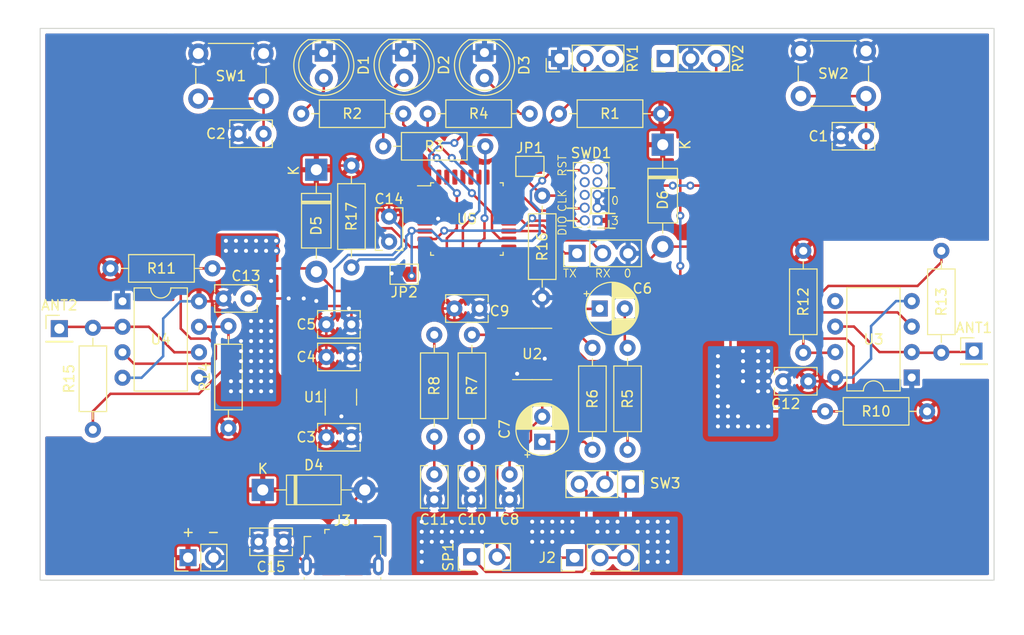
<source format=kicad_pcb>
(kicad_pcb (version 20211014) (generator pcbnew)
  (layers (0 "F.Cu" signal) (31 "B.Cu" signal) (34 "B.Paste" user) (35 "F.Paste" user) (36 "B.SilkS" user "B.Silkscreen") (37 "F.SilkS" user "F.Silkscreen") (38 "B.Mask" user) (39 "F.Mask" user) (44 "Edge.Cuts" user))
  (net 0 "")
  (net 1 "/Oscillators/Pitch Antenna")
  (net 2 "/Oscillators/Volume Antenna")
  (net 3 "GND")
  (net 4 "+5V")
  (net 5 "+3V0")
  (net 6 "/MCU Audio Out")
  (net 7 "Net-(C6-Pad2)")
  (net 8 "Net-(C7-Pad1)")
  (net 9 "Net-(C7-Pad2)")
  (net 10 "Net-(C10-Pad2)")
  (net 11 "Net-(C11-Pad2)")
  (net 12 "Net-(D1-Pad2)")
  (net 13 "Net-(D2-Pad2)")
  (net 14 "Net-(D3-Pad2)")
  (net 15 "/Pitch Frequency")
  (net 16 "/Speaker")
  (net 17 "/Output Low")
  (net 18 "/Pitch pot")
  (net 19 "/Calibrate Button")
  (net 20 "/Function Button")
  (net 21 "/Sine LED")
  (net 22 "/Square LED")
  (net 23 "/Triangle LED")
  (net 24 "/Output")
  (net 25 "Net-(R14-Pad2)")
  (net 47 "Net-(R5-Pad1)")
  (net 48 "Net-(R6-Pad2)")
  (net 49 "Net-(R7-Pad2)")
  (net 50 "Net-(R12-Pad2)")
  (net 51 "/Volume Frequency")
  (net 52 "/Digital/swdio")
  (net 53 "/Digital/swclk")
  (net 54 "/Digital/RST")
  (net 55 "/Digital/UART TX")
  (net 56 "/Digital/UART RX")
  (net 61 "Net-(C15-Pad1)")
  (net 63 "Net-(J3-Pad2)")
  (footprint "Resistor_THT:R_Axial_DIN0207_L6.3mm_D2.5mm_P10.16mm_Horizontal" (layer "F.Cu") (at 138 78.5 -90)
    (fp_text reference "R16")
    (fp_text value "10k")
  )
  (footprint "Resistor_THT:R_Axial_DIN0207_L6.3mm_D2.5mm_P10.16mm_Horizontal" (layer "F.Cu") (at 164 84 -90)
    (fp_text reference "R12")
    (fp_text value "1Meg")
  )
  (footprint "Connector_PinHeader_2.54mm:PinHeader_1x01_P2.54mm_Vertical" (layer "F.Cu") (at 181 94)
    (fp_text reference "ANT1")
    (fp_text value "Antenna")
  )
  (footprint "LED_THT:LED_D5.0mm" (layer "F.Cu") (at 116.25 64.24 -90)
    (fp_text reference "D1")
    (fp_text value "LED")
  )
  (footprint "Package_DIP:DIP-8_W7.62mm" (layer "F.Cu") (at 96.2 89.03)
    (fp_text reference "U4")
    (fp_text value "NE555P")
  )
  (footprint "Connector_PinHeader_2.54mm:PinHeader_1x02_P2.54mm_Vertical" (layer "F.Cu") (at 130.975 114.5 90)
    (fp_text reference "SP1")
    (fp_text value "Speaker")
  )
  (footprint "Diode_THT:D_DO-41_SOD81_P10.16mm_Horizontal" (layer "F.Cu") (at 115.5 75.92 -90)
    (fp_text reference "D5")
    (fp_text value "D")
  )
  (footprint "Capacitor_THT:C_Rect_L4.0mm_W2.5mm_P2.50mm" (layer "F.Cu") (at 116.5 94.58)
    (fp_text reference "C4")
    (fp_text value "1u")
  )
  (footprint "Capacitor_THT:CP_Radial_D5.0mm_P2.50mm" (layer "F.Cu") (at 143.72444 89.75)
    (fp_text reference "C6")
    (fp_text value "22u")
  )
  (footprint "Resistor_THT:R_Axial_DIN0207_L6.3mm_D2.5mm_P10.16mm_Horizontal" (layer "F.Cu") (at 122.17 73.58)
    (fp_text reference "R3")
    (fp_text value "220")
  )
  (footprint "Package_QFP:LQFP-32_7x7mm_P0.8mm" (layer "F.Cu") (at 130.5 80.83)
    (fp_text reference "U5")
    (fp_text value "STM32G051K8T6")
  )
  (footprint "Connector_PinHeader_2.54mm:PinHeader_1x01_P2.54mm_Vertical" (layer "F.Cu") (at 89.910591 91.7575)
    (fp_text reference "ANT2")
    (fp_text value "Antenna")
  )
  (footprint "Connector_PinHeader_2.54mm:PinHeader_1x02_P2.54mm_Vertical" (layer "F.Cu") (at 102.725 114.58 90)
    (fp_text reference "J1" hide)
    (fp_text value "Conn_01x02_Female")
  )
  (footprint "Capacitor_THT:C_Rect_L4.0mm_W2.5mm_P2.50mm" (layer "F.Cu") (at 129.25 89.75)
    (fp_text reference "C9")
    (fp_text value ".1u")
  )
  (footprint "Resistor_THT:R_Axial_DIN0207_L6.3mm_D2.5mm_P10.16mm_Horizontal" (layer "F.Cu") (at 176.33 100 180)
    (fp_text reference "R10")
    (fp_text value "1K")
  )
  (footprint "Capacitor_THT:C_Rect_L4.0mm_W2.5mm_P2.50mm" (layer "F.Cu") (at 116.5 91.33)
    (fp_text reference "C5")
    (fp_text value ".1u")
  )
  (footprint "Capacitor_THT:C_Rect_L4.0mm_W2.5mm_P2.50mm" (layer "F.Cu") (at 122.75 83.08 90)
    (fp_text reference "C14")
    (fp_text value ".1u")
  )
  (footprint "Resistor_THT:R_Axial_DIN0207_L6.3mm_D2.5mm_P10.16mm_Horizontal" (layer "F.Cu") (at 146.5 103.83 90)
    (fp_text reference "R5")
    (fp_text value "120k")
  )
  (footprint "Connector_PinHeader_2.54mm:PinHeader_1x03_P2.54mm_Vertical" (layer "F.Cu") (at 141.475 84.25 90)
    (fp_text reference "J4" hide)
    (fp_text value "Conn_01x03_Female")
  )
  (footprint "Diode_THT:D_DO-41_SOD81_P10.16mm_Horizontal" (layer "F.Cu") (at 110.17 107.83)
    (fp_text reference "D4")
    (fp_text value "D_Zener 12V")
  )
  (footprint "Package_DIP:DIP-8_W7.62mm" (layer "F.Cu") (at 174.8 96.63 180)
    (fp_text reference "U3")
    (fp_text value "NE555P")
  )
  (footprint "Button_Switch_THT:SW_PUSH_6mm" (layer "F.Cu") (at 163.75 64.08)
    (fp_text reference "SW2")
    (fp_text value "SW_Push")
  )
  (footprint "Capacitor_THT:C_Rect_L4.0mm_W2.5mm_P2.50mm" (layer "F.Cu") (at 116.5 102.58)
    (fp_text reference "C3")
    (fp_text value ".1u")
  )
  (footprint "LED_THT:LED_D5.0mm" (layer "F.Cu") (at 124.25 64.215 -90)
    (fp_text reference "D2")
    (fp_text value "LED")
  )
  (footprint "Capacitor_THT:C_Rect_L4.0mm_W2.5mm_P2.50mm" (layer "F.Cu") (at 106.25 88.75)
    (fp_text reference "C13")
    (fp_text value ".1u")
  )
  (footprint "Connector_USB:USB_Micro-B_GCT_USB3076-30-A" (layer "F.Cu") (at 118.110421 114.185627)
    (fp_text reference "J3")
    (fp_text value "USB_B_Micro")
  )
  (footprint "Capacitor_THT:C_Rect_L4.0mm_W2.5mm_P2.50mm" (layer "F.Cu") (at 164.5 97 180)
    (fp_text reference "C12")
    (fp_text value ".1u")
  )
  (footprint "Resistor_THT:R_Axial_DIN0207_L6.3mm_D2.5mm_P10.16mm_Horizontal" (layer "F.Cu") (at 143 103.83 90)
    (fp_text reference "R6")
    (fp_text value "3.9k")
  )
  (footprint "Resistor_THT:R_Axial_DIN0207_L6.3mm_D2.5mm_P10.16mm_Horizontal" (layer "F.Cu") (at 114 70.33)
    (fp_text reference "R2")
    (fp_text value "220")
  )
  (footprint "Package_TO_SOT_SMD:SOT-23-5" (layer "F.Cu") (at 117.95 98.58 90)
    (fp_text reference "U1")
    (fp_text value "AP2204K-3.0")
  )
  (footprint "Capacitor_THT:C_Rect_L4.0mm_W2.5mm_P2.50mm" (layer "F.Cu") (at 134.75 108.78 90)
    (fp_text reference "C8")
    (fp_text value "10n")
  )
  (footprint "Capacitor_THT:CP_Radial_D5.0mm_P2.50mm" (layer "F.Cu") (at 138 103.03 90)
    (fp_text reference "C7")
    (fp_text value "10u")
  )
  (footprint "Connector_PinHeader_2.54mm:PinHeader_1x03_P2.54mm_Vertical" (layer "F.Cu") (at 150.25 64.83 90)
    (fp_text reference "RV2")
    (fp_text value "10k")
  )
  (footprint "Resistor_THT:R_Axial_DIN0207_L6.3mm_D2.5mm_P10.16mm_Horizontal" (layer "F.Cu") (at 139.67 70.33)
    (fp_text reference "R1")
    (fp_text value "200")
  )
  (footprint "LED_THT:LED_D5.0mm" (layer "F.Cu") (at 132.25 64.24 -90)
    (fp_text reference "D3")
    (fp_text value "LED")
  )
  (footprint "Connector_PinHeader_2.54mm:PinHeader_1x03_P2.54mm_Vertical" (layer "F.Cu") (at 139.725 64.83 90)
    (fp_text reference "RV1")
    (fp_text value "10k")
  )
  (footprint "Connector_PinHeader_2.54mm:PinHeader_1x03_P2.54mm_Vertical" (layer "F.Cu") (at 146.775 107.25 -90)
    (fp_text reference "SW3")
    (fp_text value "SW_SPDT")
  )
  (footprint "Resistor_THT:R_Axial_DIN0207_L6.3mm_D2.5mm_P10.16mm_Horizontal" (layer "F.Cu") (at 93.25 101.83 90)
    (fp_text reference "R15")
    (fp_text value "1Meg")
  )
  (footprint "Resistor_THT:R_Axial_DIN0207_L6.3mm_D2.5mm_P10.16mm_Horizontal" (layer "F.Cu") (at 106.75 101.66 90)
    (fp_text reference "R14")
    (fp_text value "1Meg")
  )
  (footprint "Capacitor_THT:C_Rect_L4.0mm_W2.5mm_P2.50mm" (layer "F.Cu") (at 127.25 108.78 90)
    (fp_text reference "C11")
    (fp_text value "100n")
  )
  (footprint "Jumper:SolderJumper-2_P1.3mm_Open_TrianglePad1.0x1.5mm" (layer "F.Cu") (at 136.775 75.58 180)
    (fp_text reference "JP1")
    (fp_text value "Jumper_2_Open")
  )
  (footprint "Resistor_THT:R_Axial_DIN0207_L6.3mm_D2.5mm_P10.16mm_Horizontal" (layer "F.Cu") (at 119 75.5 -90)
    (fp_text reference "R17")
    (fp_text value "10k")
  )
  (footprint "Capacitor_THT:C_Rect_L4.0mm_W2.5mm_P2.50mm" (layer "F.Cu") (at 131 108.78 90)
    (fp_text reference "C10")
    (fp_text value "100n")
  )
  (footprint "Capacitor_THT:C_Rect_L4.0mm_W2.5mm_P2.50mm" (layer "F.Cu") (at 112.25 113 180)
    (fp_text reference "C15")
    (fp_text value "10n")
  )
  (footprint "Connector_PinHeader_1.27mm:PinHeader_2x05_P1.27mm_Vertical" (layer "F.Cu") (at 143.50289 80.967784 180)
    (fp_text reference "SWD1")
    (fp_text value "Conn_ARM_JTAG_SWD_10")
  )
  (footprint "Resistor_THT:R_Axial_DIN0207_L6.3mm_D2.5mm_P10.16mm_Horizontal" (layer "F.Cu") (at 127.25 102.53 90)
    (fp_text reference "R8")
    (fp_text value "4.7")
  )
  (footprint "Capacitor_THT:C_Rect_L4.0mm_W2.5mm_P2.50mm" (layer "F.Cu") (at 107.75 72.33)
    (fp_text reference "C2")
    (fp_text value ".1u")
  )
  (footprint "Resistor_THT:R_Axial_DIN0207_L6.3mm_D2.5mm_P10.16mm_Horizontal" (layer "F.Cu") (at 131 102.53 90)
    (fp_text reference "R7")
    (fp_text value "4.7")
  )
  (footprint "Jumper:SolderJumper-2_P1.3mm_Open_TrianglePad1.0x1.5mm" (layer "F.Cu") (at 124.25 86.33 180)
    (fp_text reference "JP2")
    (fp_text value "Jumper_2_Open")
  )
  (footprint "Resistor_THT:R_Axial_DIN0207_L6.3mm_D2.5mm_P10.16mm_Horizontal" (layer "F.Cu") (at 177.75 84 -90)
    (fp_text reference "R13")
    (fp_text value "1Meg")
  )
  (footprint "Resistor_THT:R_Axial_DIN0207_L6.3mm_D2.5mm_P10.16mm_Horizontal" (layer "F.Cu") (at 136.75 70.33 180)
    (fp_text reference "R4")
    (fp_text value "220")
  )
  (footprint "Capacitor_THT:C_Rect_L4.0mm_W2.5mm_P2.50mm" (layer "F.Cu") (at 167.75 72.58)
    (fp_text reference "C1")
    (fp_text value ".1u")
  )
  (footprint "Diode_THT:D_DO-41_SOD81_P10.16mm_Horizontal" (layer "F.Cu") (at 150 73.42 -90)
    (fp_text reference "D6")
    (fp_text value "D")
  )
  (footprint "Resistor_THT:R_Axial_DIN0207_L6.3mm_D2.5mm_P10.16mm_Horizontal" (layer "F.Cu") (at 95 85.75)
    (fp_text reference "R11")
    (fp_text value "1K")
  )
  (footprint "Connector_PinHeader_2.54mm:PinHeader_1x03_P2.54mm_Vertical" (layer "F.Cu") (at 141.225 114.58 90)
    (fp_text reference "J2")
    (fp_text value "AudioJack3")
  )
  (footprint "Button_Switch_THT:SW_PUSH_6mm" (layer "F.Cu") (at 103.75 64.33)
    (fp_text reference "SW1")
    (fp_text value "SW_Push")
  )
  (footprint "Package_SO:SOIC-8_3.9x4.9mm_P1.27mm" (layer "F.Cu") (at 137 94.28)
    (fp_text reference "U2")
    (fp_text value "TDA2822")
  )
  (gr_line (start 141.5 79.75) (end 140.5 79.75) (layer "F.SilkS") (width 0.15))
  (gr_line (start 145.25 81.75) (end 144.75 81.75) (layer "F.SilkS") (width 0.15))
  (gr_line (start 142.875 77.75) (end 142.865 80.28) (layer "F.SilkS") (width 0.15))
  (gr_line (start 145.25 77.75) (end 142.875 77.75) (layer "F.SilkS") (width 0.15))
  (gr_line (start 141.5 76) (end 140.5 76) (layer "F.SilkS") (width 0.15))
  (gr_line (start 141.5 81) (end 140.5 81) (layer "F.SilkS") (width 0.15))
  (gr_line (start 142.936529 80.28) (end 145.25 80.28) (layer "F.SilkS") (width 0.15))
  (gr_poly (pts (xy 88 61.83) (xy 183 61.83) (xy 183 116.83) (xy 88 116.83)) (layer "Edge.Cuts") (width 0.1) (fill none))
  (gr_text "+" (at 102.75 112) (layer "F.SilkS") (effects (font (size 1 1))))
  (gr_text "0" (at 145.25 79) (layer "F.SilkS") (effects (font (size 0.8 0.8) (thickness 0.1))))
  (gr_text "0" (at 146.5 86.25) (layer "F.SilkS") (effects (font (size 0.8 0.8) (thickness 0.1))))
  (gr_text "DIO" (at 140 81.5 90) (layer "F.SilkS") (effects (font (size 0.8 0.8) (thickness 0.1))))
  (gr_text "RX" (at 144.03 86.25) (layer "F.SilkS") (effects (font (size 0.8 0.8) (thickness 0.1))))
  (gr_text "CLK" (at 140 79 90) (layer "F.SilkS") (effects (font (size 0.8 0.8) (thickness 0.1))))
  (gr_text "3" (at 145.25 81) (layer "F.SilkS") (effects (font (size 0.8 0.8) (thickness 0.1))))
  (gr_text "TX" (at 140.75 86.25) (layer "F.SilkS") (effects (font (size 0.8 0.8) (thickness 0.1))))
  (gr_text "RST" (at 140 75.5 90) (layer "F.SilkS") (effects (font (size 0.8 0.8) (thickness 0.1))))
  (gr_text "-" (at 105.25 112) (layer "F.SilkS") (effects (font (size 1 1))))
  (segment (start 171.59 94.09) (end 174.8 94.09) (width 0.25) (layer "F.Cu") (net 1))
  (segment (start 174.87 94.16) (end 174.8 94.09) (width 0.25) (layer "F.Cu") (net 1))
  (segment (start 177.75 94.16) (end 174.87 94.16) (width 0.25) (layer "F.Cu") (net 1))
  (segment (start 181.25 94.08) (end 177.83 94.08) (width 0.25) (layer "F.Cu") (net 1))
  (segment (start 169.05 91.55) (end 171.59 94.09) (width 0.25) (layer "F.Cu") (net 1))
  (segment (start 167.18 91.55) (end 169.05 91.55) (width 0.25) (layer "F.Cu") (net 1))
  (segment (start 177.83 94.08) (end 177.75 94.16) (width 0.25) (layer "F.Cu") (net 1))
  (segment (start 89.75 91.58) (end 93.16 91.58) (width 0.25) (layer "F.Cu") (net 2))
  (segment (start 93.25 91.67) (end 96.1 91.67) (width 0.25) (layer "F.Cu") (net 2))
  (segment (start 93.16 91.58) (end 93.25 91.67) (width 0.25) (layer "F.Cu") (net 2))
  (segment (start 96.1 91.67) (end 96.2 91.57) (width 0.25) (layer "F.Cu") (net 2))
  (segment (start 98.82 91.57) (end 96.2 91.57) (width 0.25) (layer "F.Cu") (net 2))
  (segment (start 101.36 94.11) (end 98.82 91.57) (width 0.25) (layer "F.Cu") (net 2))
  (segment (start 103.82 94.11) (end 101.36 94.11) (width 0.25) (layer "F.Cu") (net 2))
  (segment (start 138.25 94.75) (end 138.415 94.915) (width 0.25) (layer "F.Cu") (net 3))
  (segment (start 114.25 88.75) (end 115.25 88.75) (width 0.25) (layer "F.Cu") (net 3))
  (segment (start 115.5 89) (end 116 89.5) (width 0.25) (layer "F.Cu") (net 3))
  (segment (start 118.75 89.75) (end 119 90) (width 0.25) (layer "F.Cu") (net 3))
  (segment (start 117.95 99.7175) (end 117.95 100.45) (width 0.25) (layer "F.Cu") (net 3))
  (segment (start 127.344294 80.797102) (end 126.911396 81.23) (width 0.25) (layer "F.Cu") (net 3))
  (segment (start 135.435 96.185) (end 135.5 96.25) (width 0.25) (layer "F.Cu") (net 3))
  (segment (start 119.410421 108.749579) (end 120.33 107.83) (width 0.25) (layer "F.Cu") (net 3))
  (segment (start 134.525 96.185) (end 135.435 96.185) (width 0.25) (layer "F.Cu") (net 3))
  (segment (start 127.632853 80.797102) (end 127.344294 80.797102) (width 0.25) (layer "F.Cu") (net 3))
  (segment (start 115.25 88.75) (end 115.5 89) (width 0.25) (layer "F.Cu") (net 3))
  (segment (start 117.95 100.45) (end 118 100.5) (width 0.25) (layer "F.Cu") (net 3))
  (segment (start 123.525 86.33) (end 123.08 86.33) (width 0.25) (layer "F.Cu") (net 3))
  (segment (start 108.75 88.75) (end 112.75 88.75) (width 0.25) (layer "F.Cu") (net 3))
  (segment (start 118.5 89.5) (end 118.75 89.75) (width 0.25) (layer "F.Cu") (net 3))
  (segment (start 119.410421 112.735627) (end 119.410421 108.749579) (width 0.25) (layer "F.Cu") (net 3))
  (segment (start 112.75 88.75) (end 114.25 88.75) (width 0.25) (layer "F.Cu") (net 3))
  (segment (start 116 89.5) (end 118.5 89.5) (width 0.25) (layer "F.Cu") (net 3))
  (segment (start 138.415 94.915) (end 139.475 94.915) (width 0.25) (layer "F.Cu") (net 3))
  (segment (start 126.911396 81.23) (end 126.325 81.23) (width 0.25) (layer "F.Cu") (net 3))
  (segment (start 119 90) (end 119 91.33) (width 0.25) (layer "F.Cu") (net 3))
  (segment (start 123.08 86.33) (end 123 86.25) (width 0.25) (layer "F.Cu") (net 3))
  (via (at 138.25 94.75) (size 0.8) (drill 0.4) (layers "F.Cu" "B.Cu") (net 3))
  (via (at 123 86.25) (size 0.8) (drill 0.4) (layers "F.Cu" "B.Cu") (net 3))
  (via (at 114.25 88.75) (size 0.8) (drill 0.4) (layers "F.Cu" "B.Cu") (net 3))
  (via (at 118 100.5) (size 0.8) (drill 0.4) (layers "F.Cu" "B.Cu") (net 3))
  (via (at 118.75 89.75) (size 0.8) (drill 0.4) (layers "F.Cu" "B.Cu") (net 3))
  (via (at 135.5 96.25) (size 0.8) (drill 0.4) (layers "F.Cu" "B.Cu") (net 3))
  (via (at 127.632853 80.797102) (size 0.8) (drill 0.4) (layers "F.Cu" "B.Cu") (net 3))
  (via (at 115.5 89) (size 0.8) (drill 0.4) (layers "F.Cu" "B.Cu") (net 3))
  (via (at 112.75 88.75) (size 0.8) (drill 0.4) (layers "F.Cu" "B.Cu") (net 3))
  (segment (start 118.9 99.7175) (end 118.9 99.333249) (width 0.25) (layer "F.Cu") (net 4))
  (segment (start 116 110.5) (end 111 110.5) (width 0.25) (layer "F.Cu") (net 4))
  (segment (start 105.97 89.03) (end 106.25 88.75) (width 0.25) (layer "F.Cu") (net 4))
  (segment (start 125 97) (end 122.2825 99.7175) (width 0.25) (layer "F.Cu") (net 4))
  (segment (start 129.25 89.75) (end 127.25 89.75) (width 0.25) (layer "F.Cu") (net 4))
  (segment (start 127.25 89.75) (end 125 92) (width 0.25) (layer "F.Cu") (net 4))
  (segment (start 117 99.333249) (end 117 99.7175) (width 0.25) (layer "F.Cu") (net 4))
  (segment (start 117.603249 98.73) (end 117 99.333249) (width 0.25) (layer "F.Cu") (net 4))
  (segment (start 116.810421 111.310421) (end 116 110.5) (width 0.25) (layer "F.Cu") (net 4))
  (segment (start 174.75 88.96) (end 174.8 89.01) (width 0.25) (layer "F.Cu") (net 4))
  (segment (start 166.81 97) (end 167.18 96.63) (width 0.25) (layer "F.Cu") (net 4))
  (segment (start 116.810421 112.735627) (end 116.810421 111.310421) (width 0.25) (layer "F.Cu") (net 4))
  (segment (start 129.75 93.75) (end 134.42 93.75) (width 0.25) (layer "F.Cu") (net 4))
  (segment (start 134.42 93.75) (end 134.525 93.645) (width 0.25) (layer "F.Cu") (net 4))
  (segment (start 129.25 89.75) (end 129.25 93.25) (width 0.25) (layer "F.Cu") (net 4))
  (segment (start 116.5 100.2175) (end 116.5 102.58) (width 0.25) (layer "F.Cu") (net 4))
  (segment (start 117 99.7175) (end 116.5 100.2175) (width 0.25) (layer "F.Cu") (net 4))
  (segment (start 164.5 97) (end 166.81 97) (width 0.25) (layer "F.Cu") (net 4))
  (segment (start 103.82 89.03) (end 105.97 89.03) (width 0.25) (layer "F.Cu") (net 4))
  (segment (start 118.9 99.333249) (end 118.296751 98.73) (width 0.25) (layer "F.Cu") (net 4))
  (segment (start 118.296751 98.73) (end 117.603249 98.73) (width 0.25) (layer "F.Cu") (net 4))
  (segment (start 129.25 93.25) (end 129.75 93.75) (width 0.25) (layer "F.Cu") (net 4))
  (segment (start 122.2825 99.7175) (end 118.9 99.7175) (width 0.25) (layer "F.Cu") (net 4))
  (segment (start 110.17 109.67) (end 110.17 107.83) (width 0.25) (layer "F.Cu") (net 4))
  (segment (start 111 110.5) (end 110.17 109.67) (width 0.25) (layer "F.Cu") (net 4))
  (segment (start 125 92) (end 125 97) (width 0.25) (layer "F.Cu") (net 4))
  (via (at 107.5 83) (size 0.8) (drill 0.4) (layers "F.Cu" "B.Cu") (net 4))
  (via (at 126 111) (size 0.8) (drill 0.4) (layers "F.Cu" "B.Cu") (net 4))
  (via (at 126 115) (size 0.8) (drill 0.4) (layers "F.Cu" "B.Cu") (net 4))
  (via (at 109.5 84) (size 0.8) (drill 0.4) (layers "F.Cu" "B.Cu") (net 4))
  (via (at 110.5 83) (size 0.8) (drill 0.4) (layers "F.Cu" "B.Cu") (net 4))
  (via (at 140 111) (size 0.8) (drill 0.4) (layers "F.Cu" "B.Cu") (net 4))
  (via (at 110 93) (size 0.8) (drill 0.4) (layers "F.Cu" "B.Cu") (net 4))
  (via (at 143.5 112) (size 0.8) (drill 0.4) (layers "F.Cu" "B.Cu") (net 4))
  (via (at 139 112) (size 0.8) (drill 0.4) (layers "F.Cu" "B.Cu") (net 4))
  (via (at 111 91) (size 0.8) (drill 0.4) (layers "F.Cu" "B.Cu") (net 4))
  (via (at 160.5 96) (size 0.8) (drill 0.4) (layers "F.Cu" "B.Cu") (net 4))
  (via (at 155.5 94.5) (size 0.8) (drill 0.4) (layers "F.Cu" "B.Cu") (net 4))
  (via (at 140 112) (size 0.8) (drill 0.4) (layers "F.Cu" "B.Cu") (net 4))
  (via (at 108 98) (size 0.8) (drill 0.4) (layers "F.Cu" "B.Cu") (net 4))
  (via (at 149.5 111) (size 0.8) (drill 0.4) (layers "F.Cu" "B.Cu") (net 4))
  (via (at 126 112) (size 0.8) (drill 0.4) (layers "F.Cu" "B.Cu") (net 4))
  (via (at 131 112) (size 0.8) (drill 0.4) (layers "F.Cu" "B.Cu") (net 4))
  (via (at 155.5 97.5) (size 0.8) (drill 0.4) (layers "F.Cu" "B.Cu") (net 4))
  (via (at 111 93) (size 0.8) (drill 0.4) (layers "F.Cu" "B.Cu") (net 4))
  (via (at 150.5 115) (size 0.8) (drill 0.4) (layers "F.Cu" "B.Cu") (net 4))
  (via (at 150.5 112) (size 0.8) (drill 0.4) (layers "F.Cu" "B.Cu") (net 4))
  (via (at 126 113) (size 0.8) (drill 0.4) (layers "F.Cu" "B.Cu") (net 4))
  (via (at 109 97) (size 0.8) (drill 0.4) (layers "F.Cu" "B.Cu") (net 4))
  (via (at 109 94) (size 0.8) (drill 0.4) (layers "F.Cu" "B.Cu") (net 4))
  (via (at 110 95) (size 0.8) (drill 0.4) (layers "F.Cu" "B.Cu") (net 4))
  (via (at 155.5 100.5) (size 0.8) (drill 0.4) (layers "F.Cu" "B.Cu") (net 4))
  (via (at 159.5 94) (size 0.8) (drill 0.4) (layers "F.Cu" "B.Cu") (net 4))
  (via (at 150.5 113) (size 0.8) (drill 0.4) (layers "F.Cu" "B.Cu") (net 4))
  (via (at 155.5 101.5) (size 0.8) (drill 0.4) (layers "F.Cu" "B.Cu") (net 4))
  (via (at 129 111) (size 0.8) (drill 0.4) (layers "F.Cu" "B.Cu") (net 4))
  (via (at 107 97) (size 0.8) (drill 0.4) (layers "F.Cu" "B.Cu") (net 4))
  (via (at 128 112) (size 0.8) (drill 0.4) (layers "F.Cu" "B.Cu") (net 4))
  (via (at 148.5 111) (size 0.8) (drill 0.4) (layers "F.Cu" "B.Cu") (net 4))
  (via (at 110 92) (size 0.8) (drill 0.4) (layers "F.Cu" "B.Cu") (net 4))
  (via (at 150.5 114) (size 0.8) (drill 0.4) (layers "F.Cu" "B.Cu") (net 4))
  (via (at 148.5 113) (size 0.8) (drill 0.4) (layers "F.Cu" "B.Cu") (net 4))
  (via (at 155.5 96.5) (size 0.8) (drill 0.4) (layers "F.Cu" "B.Cu") (net 4))
  (via (at 159.5 95) (size 0.8) (drill 0.4) (layers "F.Cu" "B.Cu") (net 4))
  (via (at 110 94) (size 0.8) (drill 0.4) (layers "F.Cu" "B.Cu") (net 4))
  (via (at 108.5 84) (size 0.8) (drill 0.4) (layers "F.Cu" "B.Cu") (net 4))
  (via (at 132 112) (size 0.8) (drill 0.4) (layers "F.Cu" "B.Cu") (net 4))
  (via (at 158 96) (size 0.8) (drill 0.4) (layers "F.Cu" "B.Cu") (net 4))
  (via (at 111 97) (size 0.8) (drill 0.4) (layers "F.Cu" "B.Cu") (net 4))
  (via (at 106.5 83) (size 0.8) (drill 0.4) (layers "F.Cu" "B.Cu") (net 4))
  (via (at 149.5 114) (size 0.8) (drill 0.4) (layers "F.Cu" "B.Cu") (net 4))
  (via (at 149.5 113) (size 0.8) (drill 0.4) (layers "F.Cu" "B.Cu") (net 4))
  (via (at 158.5 101.5) (size 0.8) (drill 0.4) (layers "F.Cu" "B.Cu") (net 4))
  (via (at 148.5 115) (size 0.8) (drill 0.4) (layers "F.Cu" "B.Cu") (net 4))
  (via (at 111 98) (size 0.8) (drill 0.4) (layers "F.Cu" "B.Cu") (net 4))
  (via (at 158 97) (size 0.8) (drill 0.4) (layers "F.Cu" "B.Cu") (net 4))
  (via (at 108.5 83) (size 0.8) (drill 0.4) (layers "F.Cu" "B.Cu") (net 4))
  (via (at 148.5 114) (size 0.8) (drill 0.4) (layers "F.Cu" "B.Cu") (net 4))
  (via (at 147.5 112) (size 0.8) (drill 0.4) (layers "F.Cu" "B.Cu") (net 4))
  (via (at 144.5 112) (size 0.8) (drill 0.4) (layers "F.Cu" "B.Cu") (net 4))
  (via (at 143.5 111) (size 0.8) (drill 0.4) (layers "F.Cu" "B.Cu") (net 4))
  (via (at 141 111) (size 0.8) (drill 0.4) (layers "F.Cu" "B.Cu") (net 4))
  (via (at 110 97) (size 0.8) (drill 0.4) (layers "F.Cu" "B.Cu") (net 4))
  (via (at 111 96) (size 0.8) (drill 0.4) (layers "F.Cu" "B.Cu") (net 4))
  (via (at 129 112) (size 0.8) (drill 0.4) (layers "F.Cu" "B.Cu") (net 4))
  (via (at 138 112) (size 0.8) (drill 0.4) (layers "F.Cu" "B.Cu") (net 4))
  (via (at 111.5 84) (size 0.8) (drill 0.4) (layers "F.Cu" "B.Cu") (net 4))
  (via (at 148.5 112) (size 0.8) (drill 0.4) (layers "F.Cu" "B.Cu") (net 4))
  (via (at 147.5 111) (size 0.8) (drill 0.4) (layers "F.Cu" "B.Cu") (net 4))
  (via (at 144.5 111) (size 0.8) (drill 0.4) (layers "F.Cu" "B.Cu") (net 4))
  (via (at 159.5 98) (size 0.8) (drill 0.4) (layers "F.Cu" "B.Cu") (net 4))
  (via (at 128 113) (size 0.8) (drill 0.4) (layers "F.Cu" "B.Cu") (net 4))
  (via (at 159.5 96) (size 0.8) (drill 0.4) (layers "F.Cu" "B.Cu") (net 4))
  (via (at 110.5 84) (size 0.8) (drill 0.4) (layers "F.Cu" "B.Cu") (net 4))
  (via (at 155.5 98.5) (size 0.8) (drill 0.4) (layers "F.Cu" "B.Cu") (net 4))
  (via (at 160.5 95) (size 0.8) (drill 0.4) (layers "F.Cu" "B.Cu") (net 4))
  (via (at 109 98) (size 0.8) (drill 0.4) (layers "F.Cu" "B.Cu") (net 4))
  (via (at 127 112) (size 0.8) (drill 0.4) (layers "F.Cu" "B.Cu") (net 4))
  (via (at 130 112) (size 0.8) (drill 0.4) (layers "F.Cu" "B.Cu") (net 4))
  (via (at 109 96) (size 0.8) (drill 0.4) (layers "F.Cu" "B.Cu") (net 4))
  (via (at 149.5 115) (size 0.8) (drill 0.4) (layers "F.Cu" "B.Cu") (net 4))
  (via (at 141 112) (size 0.8) (drill 0.4) (layers "F.Cu" "B.Cu") (net 4))
  (via (at 160.5 97) (size 0.8) (drill 0.4) (layers "F.Cu" "B.Cu") (net 4))
  (via (at 137 112) (size 0.8) (drill 0.4) (layers "F.Cu" "B.Cu") (net 4))
  (via (at 155.5 95.5) (size 0.8) (drill 0.4) (layers "F.Cu" "B.Cu") (net 4))
  (via (at 160.5 101.5) (size 0.8) (drill 0.4) (layers "F.Cu" "B.Cu") (net 4))
  (via (at 160.5 94) (size 0.8) (drill 0.4) (layers "F.Cu" "B.Cu") (net 4))
  (via (at 159.5 97) (size 0.8) (drill 0.4) (layers "F.Cu" "B.Cu") (net 4))
  (via (at 127 113) (size 0.8) (drill 0.4) (layers "F.Cu" "B.Cu") (net 4))
  (via (at 109 92) (size 0.8) (drill 0.4) (layers "F.Cu" "B.Cu") (net 4))
  (via (at 111 95) (size 0.8) (drill 0.4) (layers "F.Cu" "B.Cu") (net 4))
  (via (at 107.5 84) (size 0.8) (drill 0.4) (layers "F.Cu" "B.Cu") (net 4))
  (via (at 110 98) (size 0.8) (drill 0.4) (layers "F.Cu" "B.Cu") (net 4))
  (via (at 137 111) (size 0.8) (drill 0.4) (layers "F.Cu" "B.Cu") (net 4))
  (via (at 109 91) (size 0.8) (drill 0.4) (layers "F.Cu" "B.Cu") (net 4))
  (via (at 156.5 99.5) (size 0.8) (drill 0.4) (layers "F.Cu" "B.Cu") (net 4))
  (via (at 145.5 111) (size 0.8) (drill 0.4) (layers "F.Cu" "B.Cu") (net 4))
  (via (at 111 92) (size 0.8) (drill 0.4) (layers "F.Cu" "B.Cu") (net 4))
  (via (at 156.5 101.5) (size 0.8) (drill 0.4) (layers "F.Cu" "B.Cu") (net 4))
  (via (at 108 97) (size 0.8) (drill 0.4) (layers "F.Cu" "B.Cu") (net 4))
  (via (at 158 95) (size 0.8) (drill 0.4) (layers "F.Cu" "B.Cu") (net 4))
  (via (at 159.5 101.5) (size 0.8) (drill 0.4) (layers "F.Cu" "B.Cu") (net 4))
  (via (at 111 87) (size 0.8) (drill 0.4) (layers "F.Cu" "B.Cu") (net 4))
  (via (at 139 113) (size 0.8) (drill 0.4) (layers "F.Cu" "B.Cu") (net 4))
  (via (at 111.5 83) (size 0.8) (drill 0.4) (layers "F.Cu" "B.Cu") (net 4))
  (via (at 110 91) (size 0.8) (drill 0.4) (layers "F.Cu" "B.Cu") (net 4))
  (via (at 108 95) (size 0.8) (drill 0.4) (layers "F.Cu" "B.Cu") (net 4))
  (via (at 110 96) (size 0.8) (drill 0.4) (layers "F.Cu" "B.Cu") (net 4))
  (via (at 108 93) (size 0.8) (drill 0.4) (layers "F.Cu" "B.Cu") (net 4))
  (via (at 157.5 101.5) (size 0.8) (drill 0.4) (layers "F.Cu" "B.Cu") (net 4))
  (via (at 149.5 112) (size 0.8) (drill 0.4) (layers "F.Cu" "B.Cu") (net 4))
  (via (at 107 98) (size 0.8) (drill 0.4) (layers "F.Cu" "B.Cu") (net 4))
  (via (at 145.5 112) (size 0.8) (drill 0.4) (layers "F.Cu" "B.Cu") (net 4))
  (via (at 157.5 100.5) (size 0.8) (drill 0.4) (layers "F.Cu" "B.Cu") (net 4))
  (via (at 155.5 99.5) (size 0.8) (drill 0.4) (layers "F.Cu" "B.Cu") (net 4))
  (via (at 111 94) (size 0.8) (drill 0.4) (layers "F.Cu" "B.Cu") (net 4))
  (via (at 160.5 98) (size 0.8) (drill 0.4) (layers "F.Cu" "B.Cu") (net 4))
  (via (at 108 94) (size 0.8) (drill 0.4) (layers "F.Cu" "B.Cu") (net 4))
  (via (at 139 111) (size 0.8) (drill 0.4) (layers "F.Cu" "B.Cu") (net 4))
  (via (at 109.5 83) (size 0.8) (drill 0.4) (layers "F.Cu" "B.Cu") (net 4))
  (via (at 106.5 84) (size 0.8) (drill 0.4) (layers "F.Cu" "B.Cu") (net 4))
  (via (at 129 113) (size 0.8) (drill 0.4) (layers "F.Cu" "B.Cu") (net 4))
  (via (at 150.5 111) (size 0.8) (drill 0.4) (layers "F.Cu" "B.Cu") (net 4))
  (via (at 108 96) (size 0.8) (drill 0.4) (layers "F.Cu" "B.Cu") (net 4))
  (via (at 109 95) (size 0.8) (drill 0.4) (layers "F.Cu" "B.Cu") (net 4))
  (via (at 126 114) (size 0.8) (drill 0.4) (layers "F.Cu" "B.Cu") (net 4))
  (via (at 158 94) (size 0.8) (drill 0.4) (layers "F.Cu" "B.Cu") (net 4))
  (via (at 138 113) (size 0.8) (drill 0.4) (layers "F.Cu" "B.Cu") (net 4))
  (via (at 156.5 100.5) (size 0.8) (drill 0.4) (layers "F.Cu" "B.Cu") (net 4))
  (via (at 138 111) (size 0.8) (drill 0.4) (layers "F.Cu" "B.Cu") (net 4))
  (via (at 137 113) (size 0.8) (drill 0.4) (layers "F.Cu" "B.Cu") (net 4))
  (via (at 109 93) (size 0.8) (drill 0.4) (layers "F.Cu" "B.Cu") (net 4))
  (segment (start 174.8 89.01) (end 173.24 89.01) (width 0.25) (layer "B.Cu") (net 4))
  (segment (start 168.87 96.63) (end 167.18 96.63) (width 0.25) (layer "B.Cu") (net 4))
  (segment (start 101.97 89.03) (end 100.25 90.75) (width 0.25) (layer "B.Cu") (net 4))
  (segment (start 170.75 94.75) (end 168.87 96.63) (width 0.25) (layer "B.Cu") (net 4))
  (segment (start 173.24 89.01) (end 170.75 91.5) (width 0.25) (layer "B.Cu") (net 4))
  (segment (start 100.25 90.75) (end 100.25 94.5) (width 0.25) (layer "B.Cu") (net 4))
  (segment (start 98.1 96.65) (end 96.2 96.65) (width 0.25) (layer "B.Cu") (net 4))
  (segment (start 103.82 89.03) (end 101.97 89.03) (width 0.25) (layer "B.Cu") (net 4))
  (segment (start 100.25 94.5) (end 98.1 96.65) (width 0.25) (layer "B.Cu") (net 4))
  (segment (start 170.75 91.5) (end 170.75 94.75) (width 0.25) (layer "B.Cu") (net 4))
  (segment (start 122.75 79.25) (end 119 75.5) (width 0.25) (layer "F.Cu") (net 5))
  (segment (start 122.75 80.58) (end 122.92 80.58) (width 0.25) (layer "F.Cu") (net 5))
  (segment (start 119 75.5) (end 115.92 75.5) (width 0.25) (layer "F.Cu") (net 5))
  (segment (start 117 95.08) (end 116.5 94.58) (width 0.25) (layer "F.Cu") (net 5))
  (segment (start 122.92 80.58) (end 123.07 80.43) (width 0.25) (layer "F.Cu") (net 5))
  (segment (start 122.75 80.58) (end 122.75 79.25) (width 0.25) (layer "F.Cu") (net 5))
  (segment (start 116.5 94.58) (end 116.5 91.33) (width 0.25) (layer "F.Cu") (net 5))
  (segment (start 123.07 80.43) (end 126.325 80.43) (width 0.25) (layer "F.Cu") (net 5))
  (segment (start 149.83 71.92) (end 149.83 70.33) (width 0.25) (layer "F.Cu") (net 5))
  (segment (start 117 97.4425) (end 117 95.08) (width 0.25) (layer "F.Cu") (net 5))
  (segment (start 115.92 75.5) (end 115.5 75.92) (width 0.25) (layer "F.Cu") (net 5))
  (segment (start 116.5 91.33) (end 117.299999 90.530001) (width 0.25) (layer "B.Cu") (net 5))
  (segment (start 123.089999 84.410001) (end 124 83.5) (width 0.25) (layer "B.Cu") (net 5))
  (segment (start 124 81.83) (end 122.75 80.58) (width 0.25) (layer "B.Cu") (net 5))
  (segment (start 117.299999 90.530001) (end 117.299999 85.76901) (width 0.25) (layer "B.Cu") (net 5))
  (segment (start 124 83.5) (end 124 81.83) (width 0.25) (layer "B.Cu") (net 5))
  (segment (start 118.659008 84.410001) (end 123.089999 84.410001) (width 0.25) (layer "B.Cu") (net 5))
  (segment (start 117.299999 85.76901) (end 118.659008 84.410001) (width 0.25) (layer "B.Cu") (net 5))
  (segment (start 130.229302 87.25) (end 129.3 86.320698) (width 0.25) (layer "F.Cu") (net 6))
  (segment (start 136.035 89.785) (end 133.5 87.25) (width 0.25) (layer "F.Cu") (net 6))
  (segment (start 143.72444 89.75) (end 143.68944 89.785) (width 0.25) (layer "F.Cu") (net 6))
  (segment (start 143.68944 89.785) (end 136.035 89.785) (width 0.25) (layer "F.Cu") (net 6))
  (segment (start 129.3 86.320698) (end 129.3 85.005) (width 0.25) (layer "F.Cu") (net 6))
  (segment (start 133.5 87.25) (end 130.229302 87.25) (width 0.25) (layer "F.Cu") (net 6))
  (segment (start 146.22444 89.75) (end 146.22444 93.39444) (width 0.25) (layer "F.Cu") (net 7))
  (segment (start 146.22444 93.39444) (end 146.5 93.67) (width 0.25) (layer "F.Cu") (net 7))
  (segment (start 142.200001 103.030001) (end 143 103.83) (width 0.25) (layer "F.Cu") (net 8))
  (segment (start 138 103.03) (end 142.200001 103.030001) (width 0.25) (layer "F.Cu") (net 8))
  (segment (start 139.475 96.185) (end 138.565 96.185) (width 0.25) (layer "F.Cu") (net 9))
  (segment (start 134.75 105) (end 136.875 102.875) (width 0.25) (layer "F.Cu") (net 9))
  (segment (start 138 96.75) (end 138 100.53) (width 0.25) (layer "F.Cu") (net 9))
  (segment (start 138.565 96.185) (end 138 96.75) (width 0.25) (layer "F.Cu") (net 9))
  (segment (start 136.875 102.875) (end 136.875 101.655) (width 0.25) (layer "F.Cu") (net 9))
  (segment (start 136.875 101.655) (end 138 100.53) (width 0.25) (layer "F.Cu") (net 9))
  (segment (start 134.75 106.28) (end 134.75 105) (width 0.25) (layer "F.Cu") (net 9))
  (segment (start 131 106.28) (end 131 102.53) (width 0.25) (layer "F.Cu") (net 10))
  (segment (start 127.25 106.28) (end 127.25 102.53) (width 0.25) (layer "F.Cu") (net 11))
  (segment (start 116.25 66.78) (end 116.25 68.08) (width 0.25) (layer "F.Cu") (net 12))
  (segment (start 116.25 68.08) (end 114 70.33) (width 0.25) (layer "F.Cu") (net 12))
  (segment (start 122.17 68.835) (end 122.17 73.58) (width 0.25) (layer "F.Cu") (net 13))
  (segment (start 124.25 66.755) (end 122.17 68.835) (width 0.25) (layer "F.Cu") (net 13))
  (segment (start 132.25 66.78) (end 135.8 70.33) (width 0.25) (layer "F.Cu") (net 14))
  (segment (start 135.8 70.33) (end 136.75 70.33) (width 0.25) (layer "F.Cu") (net 14))
  (segment (start 168.25 100) (end 166.17 100) (width 0.25) (layer "F.Cu") (net 15))
  (segment (start 165 91) (end 165 92) (width 0.25) (layer "F.Cu") (net 15))
  (segment (start 131.25 86.5) (end 130.9 86.15) (width 0.25) (layer "F.Cu") (net 15))
  (segment (start 159 100) (end 156.75 97.75) (width 0.25) (layer "F.Cu") (net 15))
  (segment (start 165.75 92.75) (end 168.25 92.75) (width 0.25) (layer "F.Cu") (net 15))
  (segment (start 130.9 86.15) (end 130.9 85.005) (width 0.25) (layer "F.Cu") (net 15))
  (segment (start 156.75 85.75) (end 154.58 83.58) (width 0.25) (layer "F.Cu") (net 15))
  (segment (start 150 83.58) (end 147.08 86.5) (width 0.25) (layer "F.Cu") (net 15))
  (segment (start 166.17 100) (end 159 100) (width 0.25) (layer "F.Cu") (net 15))
  (segment (start 165 92) (end 165.75 92.75) (width 0.25) (layer "F.Cu") (net 15))
  (segment (start 174.8 91.55) (end 173.385 90.135) (width 0.25) (layer "F.Cu") (net 15))
  (segment (start 147.08 86.5) (end 131.25 86.5) (width 0.25) (layer "F.Cu") (net 15))
  (segment (start 169 93.5) (end 169 99.25) (width 0.25) (layer "F.Cu") (net 15))
  (segment (start 154.58 83.58) (end 150 83.58) (width 0.25) (layer "F.Cu") (net 15))
  (segment (start 169 99.25) (end 168.25 100) (width 0.25) (layer "F.Cu") (net 15))
  (segment (start 156.75 97.75) (end 156.75 85.75) (width 0.25) (layer "F.Cu") (net 15))
  (segment (start 173.385 90.135) (end 165.865 90.135) (width 0.25) (layer "F.Cu") (net 15))
  (segment (start 168.25 92.75) (end 169 93.5) (width 0.25) (layer "F.Cu") (net 15))
  (segment (start 165.865 90.135) (end 165 91) (width 0.25) (layer "F.Cu") (net 15))
  (segment (start 142.4 115.6) (end 142 116) (width 0.25) (layer "F.Cu") (net 16))
  (segment (start 132.395 116) (end 130.975 114.58) (width 0.25) (layer "F.Cu") (net 16))
  (segment (start 142.4 107.955) (end 142.4 115.6) (width 0.25) (layer "F.Cu") (net 16))
  (segment (start 142 116) (end 132.395 116) (width 0.25) (layer "F.Cu") (net 16))
  (segment (start 141.695 107.25) (end 142.4 107.955) (width 0.25) (layer "F.Cu") (net 16))
  (segment (start 133.515 105.515) (end 133.515 114.58) (width 0.25) (layer "F.Cu") (net 17))
  (segment (start 135.665 94.915) (end 136.425 95.675) (width 0.25) (layer "F.Cu") (net 17))
  (segment (start 133.5 105.5) (end 133.515 105.515) (width 0.25) (layer "F.Cu") (net 17))
  (segment (start 136.425 102.575) (end 133.5 105.5) (width 0.25) (layer "F.Cu") (net 17))
  (segment (start 134.525 94.915) (end 135.665 94.915) (width 0.25) (layer "F.Cu") (net 17))
  (segment (start 133.515 114.58) (end 141.225 114.58) (width 0.25) (layer "F.Cu") (net 17))
  (segment (start 127.915 94.915) (end 127.25 94.25) (width 0.25) (layer "F.Cu") (net 17))
  (segment (start 136.425 95.675) (end 136.425 102.575) (width 0.25) (layer "F.Cu") (net 17))
  (segment (start 127.25 94.25) (end 127.25 92.37) (width 0.25) (layer "F.Cu") (net 17))
  (segment (start 134.525 94.915) (end 127.915 94.915) (width 0.25) (layer "F.Cu") (net 17))
  (segment (start 137.545 72.455) (end 130.045 72.455) (width 0.25) (layer "F.Cu") (net 18))
  (segment (start 142.265 67.735) (end 139.67 70.33) (width 0.25) (layer "F.Cu") (net 18))
  (segment (start 142.265 64.83) (end 142.265 67.735) (width 0.25) (layer "F.Cu") (net 18))
  (segment (start 139.67 70.33) (end 137.545 72.455) (width 0.25) (layer "F.Cu") (net 18))
  (segment (start 130.045 72.455) (end 129.25 73.25) (width 0.25) (layer "F.Cu") (net 18))
  (segment (start 129.5 78.25) (end 129.5 81.75) (width 0.25) (layer "F.Cu") (net 18))
  (segment (start 129.5 81.75) (end 128.5 82.75) (width 0.25) (layer "F.Cu") (net 18))
  (segment (start 128.5 82.75) (end 128.5 85.005) (width 0.25) (layer "F.Cu") (net 18))
  (via (at 129.5 78.25) (size 0.8) (drill 0.4) (layers "F.Cu" "B.Cu") (net 18))
  (via (at 129.25 73.25) (size 0.8) (drill 0.4) (layers "F.Cu" "B.Cu") (net 18))
  (segment (start 126.75 75.5) (end 129.5 78.25) (width 0.25) (layer "B.Cu") (net 18))
  (segment (start 129.25 73.25) (end 127.974695 73.25) (width 0.25) (layer "B.Cu") (net 18))
  (segment (start 126.75 74.474695) (end 126.75 75.25) (width 0.25) (layer "B.Cu") (net 18))
  (segment (start 127.974695 73.25) (end 126.75 74.474695) (width 0.25) (layer "B.Cu") (net 18))
  (segment (start 126.75 75.25) (end 126.75 75.5) (width 0.25) (layer "B.Cu") (net 18))
  (segment (start 146 81.5) (end 146 78.5) (width 0.25) (layer "F.Cu") (net 19))
  (segment (start 146 78.5) (end 147 77.5) (width 0.25) (layer "F.Cu") (net 19))
  (segment (start 127.395402 82.83) (end 128.237701 81.987701) (width 0.25) (layer "F.Cu") (net 19))
  (segment (start 141 82.5) (end 145 82.5) (width 0.25) (layer "F.Cu") (net 19))
  (segment (start 163.75 68.58) (end 170.25 68.58) (width 0.25) (layer "F.Cu") (net 19))
  (segment (start 137.247527 80.997527) (end 139.497527 80.997527) (width 0.25) (layer "F.Cu") (net 19))
  (segment (start 170.25 74.75) (end 170.25 72.58) (width 0.25) (layer "F.Cu") (net 19))
  (segment (start 145 82.5) (end 146 81.5) (width 0.25) (layer "F.Cu") (net 19))
  (segment (start 170.25 68.58) (end 170.25 72.58) (width 0.25) (layer "F.Cu") (net 19))
  (segment (start 152.75 77.5) (end 167.5 77.5) (width 0.25) (layer "F.Cu") (net 19))
  (segment (start 137 80.75) (end 137.247527 80.997527) (width 0.25) (layer "F.Cu") (net 19))
  (segment (start 126.325 82.83) (end 127.395402 82.83) (width 0.25) (layer "F.Cu") (net 19))
  (segment (start 167.5 77.5) (end 170.25 74.75) (width 0.25) (layer "F.Cu") (net 19))
  (segment (start 139.497527 80.997527) (end 141 82.5) (width 0.25) (layer "F.Cu") (net 19))
  (segment (start 147 77.5) (end 151 77.5) (width 0.25) (layer "F.Cu") (net 19))
  (via (at 151 77.5) (size 0.8) (drill 0.4) (layers "F.Cu" "B.Cu") (net 19))
  (via (at 128.237701 81.987701) (size 0.8) (drill 0.4) (layers "F.Cu" "B.Cu") (net 19))
  (via (at 152.75 77.5) (size 0.8) (drill 0.4) (layers "F.Cu" "B.Cu") (net 19))
  (via (at 137 80.75) (size 0.8) (drill 0.4) (layers "F.Cu" "B.Cu") (net 19))
  (segment (start 152.25 77.5) (end 152.75 77.5) (width 0.25) (layer "B.Cu") (net 19))
  (segment (start 137 80.75) (end 135.762299 81.987701) (width 0.25) (layer "B.Cu") (net 19))
  (segment (start 151 77.5) (end 152.25 77.5) (width 0.25) (layer "B.Cu") (net 19))
  (segment (start 135.762299 81.987701) (end 128.237701 81.987701) (width 0.25) (layer "B.Cu") (net 19))
  (segment (start 124.890991 83.63) (end 123.010991 81.75) (width 0.25) (layer "F.Cu") (net 20))
  (segment (start 103.75 68.83) (end 110.25 68.83) (width 0.25) (layer "F.Cu") (net 20))
  (segment (start 110.25 78.75) (end 110.25 72.33) (width 0.25) (layer "F.Cu") (net 20))
  (segment (start 113.25 81.75) (end 110.25 78.75) (width 0.25) (layer "F.Cu") (net 20))
  (segment (start 126.325 83.63) (end 124.890991 83.63) (width 0.25) (layer "F.Cu") (net 20))
  (segment (start 123.010991 81.75) (end 113.25 81.75) (width 0.25) (layer "F.Cu") (net 20))
  (segment (start 110.25 68.83) (end 110.25 72.33) (width 0.25) (layer "F.Cu") (net 20))
  (segment (start 133 80.25) (end 132.5 79.75) (width 0.25) (layer "F.Cu") (net 21))
  (segment (start 127.5 74.75) (end 124.16 71.41) (width 0.25) (layer "F.Cu") (net 21))
  (segment (start 124.16 71.41) (end 124.16 70.33) (width 0.25) (layer "F.Cu") (net 21))
  (segment (start 133 82) (end 133 80.5) (width 0.25) (layer "F.Cu") (net 21))
  (segment (start 133.75 82.75) (end 133 82) (width 0.25) (layer "F.Cu") (net 21))
  (segment (start 134.675 82.83) (end 133.83 82.83) (width 0.25) (layer "F.Cu") (net 21))
  (segment (start 132.5 79.75) (end 131 78.25) (width 0.25) (layer "F.Cu") (net 21))
  (segment (start 133 80.5) (end 133 80.25) (width 0.25) (layer "F.Cu") (net 21))
  (segment (start 133.83 82.83) (end 133.75 82.75) (width 0.25) (layer "F.Cu") (net 21))
  (via (at 127.5 74.75) (size 0.8) (drill 0.4) (layers "F.Cu" "B.Cu") (net 21))
  (via (at 131 78.25) (size 0.8) (drill 0.4) (layers "F.Cu" "B.Cu") (net 21))
  (segment (start 131 78.25) (end 127.5 74.75) (width 0.25) (layer "B.Cu") (net 21))
  (segment (start 132.25 82.75) (end 131.7 83.3) (width 0.25) (layer "F.Cu") (net 22))
  (segment (start 131.7 83.3) (end 131.7 85.005) (width 0.25) (layer "F.Cu") (net 22))
  (segment (start 132.25 80.75) (end 132.25 82.75) (width 0.25) (layer "F.Cu") (net 22))
  (via (at 132.25 80.75) (size 0.8) (drill 0.4) (layers "F.Cu" "B.Cu") (net 22))
  (segment (start 132.25 80.75) (end 132.33 80.67) (width 0.25) (layer "B.Cu") (net 22))
  (segment (start 132.33 80.67) (end 132.33 73.58) (width 0.25) (layer "B.Cu") (net 22))
  (segment (start 126.59 70.33) (end 126.59 72.34) (width 0.25) (layer "F.Cu") (net 23))
  (segment (start 131 80.75) (end 130.1 81.65) (width 0.25) (layer "F.Cu") (net 23))
  (segment (start 126.59 72.34) (end 127.75 73.5) (width 0.25) (layer "F.Cu") (net 23))
  (segment (start 130.1 81.65) (end 130.1 85.005) (width 0.25) (layer "F.Cu") (net 23))
  (segment (start 127.75 73.5) (end 129 74.75) (width 0.25) (layer "F.Cu") (net 23))
  (via (at 131 80.75) (size 0.8) (drill 0.4) (layers "F.Cu" "B.Cu") (net 23))
  (via (at 129 74.75) (size 0.8) (drill 0.4) (layers "F.Cu" "B.Cu") (net 23))
  (segment (start 131.725 80.025) (end 131.725 77.475) (width 0.25) (layer "B.Cu") (net 23))
  (segment (start 131.725 77.475) (end 129 74.75) (width 0.25) (layer "B.Cu") (net 23))
  (segment (start 131 80.75) (end 131.725 80.025) (width 0.25) (layer "B.Cu") (net 23))
  (segment (start 146.305 114.58) (end 143.765 114.58) (width 0.25) (layer "F.Cu") (net 24))
  (segment (start 146.305 114.58) (end 146.305 107.72) (width 0.25) (layer "F.Cu") (net 24))
  (segment (start 146.305 107.72) (end 146.775 107.25) (width 0.25) (layer "F.Cu") (net 24))
  (segment (start 103.82 91.57) (end 106.68 91.57) (width 0.25) (layer "F.Cu") (net 25))
  (segment (start 93.25 100) (end 93.25 101.83) (width 0.25) (layer "F.Cu") (net 25))
  (segment (start 106.75 91.5) (end 106.75 95.310991) (width 0.25) (layer "F.Cu") (net 25))
  (segment (start 103.810991 98.25) (end 95 98.25) (width 0.25) (layer "F.Cu") (net 25))
  (segment (start 106.75 95.310991) (end 103.810991 98.25) (width 0.25) (layer "F.Cu") (net 25))
  (segment (start 106.68 91.57) (end 106.75 91.5) (width 0.25) (layer "F.Cu") (net 25))
  (segment (start 95 98.25) (end 93.25 100) (width 0.25) (layer "F.Cu") (net 25))
  (segment (start 151.75 73.5) (end 155.33 69.92) (width 0.25) (layer "F.Cu") (net 47))
  (segment (start 146.5 95.75) (end 145.75 95) (width 0.25) (layer "F.Cu") (net 47))
  (segment (start 146.5 103.08) (end 146.5 95.75) (width 0.25) (layer "F.Cu") (net 47))
  (segment (start 155.33 69.92) (end 155.33 64.83) (width 0.25) (layer "F.Cu") (net 47))
  (segment (start 141.145 93.645) (end 139.475 93.645) (width 0.25) (layer "F.Cu") (net 47))
  (segment (start 145.75 95) (end 142.5 95) (width 0.25) (layer "F.Cu") (net 47))
  (segment (start 151.75 90.5) (end 146.5 95.75) (width 0.25) (layer "F.Cu") (net 47))
  (segment (start 142.5 95) (end 141.145 93.645) (width 0.25) (layer "F.Cu") (net 47))
  (segment (start 151.75 85.5) (end 151.75 90.5) (width 0.25) (layer "F.Cu") (net 47))
  (segment (start 151.75 80.5) (end 151.75 73.5) (width 0.25) (layer "F.Cu") (net 47))
  (via (at 151.75 80.5) (size 0.8) (drill 0.4) (layers "F.Cu" "B.Cu") (net 47))
  (via (at 151.75 85.5) (size 0.8) (drill 0.4) (layers "F.Cu" "B.Cu") (net 47))
  (segment (start 151.75 80.5) (end 151.75 85.5) (width 0.25) (layer "B.Cu") (net 47))
  (segment (start 141.705 92.375) (end 143 93.67) (width 0.25) (layer "F.Cu") (net 48))
  (segment (start 139.475 92.375) (end 141.705 92.375) (width 0.25) (layer "F.Cu") (net 48))
  (segment (start 136.75 93.5) (end 136.75 94.5) (width 0.25) (layer "F.Cu") (net 49))
  (segment (start 144.5 96.25) (end 144.5 106.985) (width 0.25) (layer "F.Cu") (net 49))
  (segment (start 134.525 92.375) (end 135.625 92.375) (width 0.25) (layer "F.Cu") (net 49))
  (segment (start 136.75 94.5) (end 137.81 95.56) (width 0.25) (layer "F.Cu") (net 49))
  (segment (start 135.625 92.375) (end 136.75 93.5) (width 0.25) (layer "F.Cu") (net 49))
  (segment (start 137.81 95.56) (end 143.81 95.56) (width 0.25) (layer "F.Cu") (net 49))
  (segment (start 134.525 92.375) (end 134.52 92.37) (width 0.25) (layer "F.Cu") (net 49))
  (segment (start 144.5 106.985) (end 144.235 107.25) (width 0.25) (layer "F.Cu") (net 49))
  (segment (start 134.52 92.37) (end 131 92.37) (width 0.25) (layer "F.Cu") (net 49))
  (segment (start 143.81 95.56) (end 144.5 96.25) (width 0.25) (layer "F.Cu") (net 49))
  (segment (start 166.5 87.5) (end 164 90) (width 0.25) (layer "F.Cu") (net 50))
  (segment (start 177.75 84) (end 177.75 85.13137) (width 0.25) (layer "F.Cu") (net 50))
  (segment (start 177.75 85.13137) (end 175.38137 87.5) (width 0.25) (layer "F.Cu") (net 50))
  (segment (start 164 94.16) (end 167.11 94.16) (width 0.25) (layer "F.Cu") (net 50))
  (segment (start 164 90) (end 164 94.16) (width 0.25) (layer "F.Cu") (net 50))
  (segment (start 175.38137 87.5) (end 166.5 87.5) (width 0.25) (layer "F.Cu") (net 50))
  (segment (start 167.11 94.16) (end 167.18 94.09) (width 0.25) (layer "F.Cu") (net 50))
  (segment (start 102 91.75) (end 102 87.5) (width 0.25) (layer "F.Cu") (net 51))
  (segment (start 103.75 85.75) (end 105.16 85.75) (width 0.25) (layer "F.Cu") (net 51))
  (segment (start 102 87.5) (end 103.75 85.75) (width 0.25) (layer "F.Cu") (net 51))
  (segment (start 117.42 88) (end 126 88) (width 0.25) (layer "F.Cu") (net 51))
  (segment (start 115.5 86.08) (end 117.42 88) (width 0.25) (layer "F.Cu") (net 51))
  (segment (start 105.5 93.5) (end 104.75 92.75) (width 0.25) (layer "F.Cu") (net 51))
  (segment (start 103 92.75) (end 102 91.75) (width 0.25) (layer "F.Cu") (net 51))
  (segment (start 97.34 95.25) (end 105 95.25) (width 0.25) (layer "F.Cu") (net 51))
  (segment (start 127.7 86.3) (end 127.7 85.005) (width 0.25) (layer "F.Cu") (net 51))
  (segment (start 105 95.25) (end 105.5 94.75) (width 0.25) (layer "F.Cu") (net 51))
  (segment (start 104.75 92.75) (end 103 92.75) (width 0.25) (layer "F.Cu") (net 51))
  (segment (start 105.5 94.75) (end 105.5 93.5) (width 0.25) (layer "F.Cu") (net 51))
  (segment (start 126 88) (end 127.7 86.3) (width 0.25) (layer "F.Cu") (net 51))
  (segment (start 96.2 94.11) (end 97.34 95.25) (width 0.25) (layer "F.Cu") (net 51))
  (segment (start 105.16 85.75) (end 115.17 85.75) (width 0.25) (layer "F.Cu") (net 51))
  (segment (start 115.17 85.75) (end 115.5 86.08) (width 0.25) (layer "F.Cu") (net 51))
  (segment (start 135.53 78.03) (end 134.675 78.03) (width 0.25) (layer "F.Cu") (net 52))
  (segment (start 142.23 81.04) (end 141.54 81.04) (width 0.25) (layer "F.Cu") (net 52))
  (segment (start 141.54 81.04) (end 140.5 80) (width 0.25) (layer "F.Cu") (net 52))
  (segment (start 140.5 80) (end 137.5 80) (width 0.25) (layer "F.Cu") (net 52))
  (segment (start 137.5 80) (end 135.53 78.03) (width 0.25) (layer "F.Cu") (net 52))
  (segment (start 141.27 79.77) (end 140 78.5) (width 0.25) (layer "F.Cu") (net 53))
  (segment (start 142.23 79.77) (end 141.27 79.77) (width 0.25) (layer "F.Cu") (net 53))
  (segment (start 138 78.5) (end 136.05 76.55) (width 0.25) (layer "F.Cu") (net 53))
  (segment (start 135.97 75.5) (end 136.05 75.58) (width 0.25) (layer "F.Cu") (net 53))
  (segment (start 136.05 76.55) (end 136.05 75.58) (width 0.25) (layer "F.Cu") (net 53))
  (segment (start 140 78.5) (end 138 78.5) (width 0.25) (layer "F.Cu") (net 53))
  (segment (start 133.3 76.655) (end 133.3 75.7) (width 0.25) (layer "F.Cu") (net 53))
  (segment (start 133.3 75.7) (end 133.5 75.5) (width 0.25) (layer "F.Cu") (net 53))
  (segment (start 133.5 75.5) (end 135.97 75.5) (width 0.25) (layer "F.Cu") (net 53))
  (segment (start 125 82) (end 125.03 82.03) (width 0.25) (layer "F.Cu") (net 54))
  (segment (start 124.975 86.475) (end 125 86.5) (width 0.25) (layer "F.Cu") (net 54))
  (segment (start 142.23 75.96) (end 139.04 75.96) (width 0.25) (layer "F.Cu") (net 54))
  (segment (start 125.03 82.03) (end 126.325 82.03) (width 0.25) (layer "F.Cu") (net 54))
  (segment (start 124.975 86.33) (end 124.975 86.475) (width 0.25) (layer "F.Cu") (net 54))
  (segment (start 139.04 75.96) (end 138 77) (width 0.25) (layer "F.Cu") (net 54))
  (via (at 125 86.5) (size 0.8) (drill 0.4) (layers "F.Cu" "B.Cu") (net 54))
  (via (at 138 77) (size 0.8) (drill 0.4) (layers "F.Cu" "B.Cu") (net 54))
  (via (at 125 82) (size 0.8) (drill 0.4) (layers "F.Cu" "B.Cu") (net 54))
  (segment (start 137.909009 77) (end 138 77) (width 0.25) (layer "B.Cu") (net 54))
  (segment (start 128 83) (end 137 83) (width 0.25) (layer "B.Cu") (net 54))
  (segment (start 137.75 82.25) (end 137.75 80) (width 0.25) (layer "B.Cu") (net 54))
  (segment (start 123.276395 84.860001) (end 119.799999 84.860001) (width 0.25) (layer "B.Cu") (net 54))
  (segment (start 136.875 78.034009) (end 137.909009 77) (width 0.25) (layer "B.Cu") (net 54))
  (segment (start 125 82) (end 124.45 82.55) (width 0.25) (layer "B.Cu") (net 54))
  (segment (start 127 82) (end 128 83) (width 0.25) (layer "B.Cu") (net 54))
  (segment (start 137 83) (end 137.75 82.25) (width 0.25) (layer "B.Cu") (net 54))
  (segment (start 125 82) (end 125 86.5) (width 0.25) (layer "B.Cu") (net 54))
  (segment (start 137.75 80) (end 136.875 79.125) (width 0.25) (layer "B.Cu") (net 54))
  (segment (start 136.875 79.125) (end 136.875 78.034009) (width 0.25) (layer "B.Cu") (net 54))
  (segment (start 124.45 82.55) (end 124.45 83.686396) (width 0.25) (layer "B.Cu") (net 54))
  (segment (start 124.45 83.686396) (end 123.276395 84.860001) (width 0.25) (layer "B.Cu") (net 54))
  (segment (start 119.799999 84.860001) (end 119 85.66) (width 0.25) (layer "B.Cu") (net 54))
  (segment (start 125 82) (end 127 82) (width 0.25) (layer "B.Cu") (net 54))
  (segment (start 138.03 82.03) (end 140.25 84.25) (width 0.25) (layer "F.Cu") (net 55))
  (segment (start 134.675 82.03) (end 138.03 82.03) (width 0.25) (layer "F.Cu") (net 55))
  (segment (start 140.25 84.25) (end 141.475 84.25) (width 0.25) (layer "F.Cu") (net 55))
  (segment (start 144.015 84.25) (end 142.715 82.95) (width 0.25) (layer "F.Cu") (net 56))
  (segment (start 138.111396 81.475) (end 136.475 81.475) (width 0.25) (layer "F.Cu") (net 56))
  (segment (start 142.715 82.95) (end 139.586396 82.95) (width 0.25) (layer "F.Cu") (net 56))
  (segment (start 135.43 80.43) (end 134.675 80.43) (width 0.25) (layer "F.Cu") (net 56))
  (segment (start 139.586396 82.95) (end 138.111396 81.475) (width 0.25) (layer "F.Cu") (net 56))
  (segment (start 136.475 81.475) (end 135.43 80.43) (width 0.25) (layer "F.Cu") (net 56))
  (segment (start 114.535421 115.285421) (end 114.535421 115.385627) (width 0.25) (layer "F.Cu") (net 61))
  (segment (start 112.25 113) (end 114.535421 115.285421) (width 0.25) (layer "F.Cu") (net 61))
  (segment (start 117.460421 112.735627) (end 118.110421 112.735627) (width 0.25) (layer "F.Cu") (net 63))
  (zone (net 61) (net_name "Net-(C15-Pad1)") (layers F&B.Cu) (priority 2) (connect_pads (clearance 0.508)) (min_thickness 0.254) (fill yes (thermal_gap 0.256) (thermal_bridge_width 0.508))
    (polygon (pts (xy 122.5 117) (xy 111.25 117) (xy 111.25 111.25) (xy 122.5 111.25)))
  )
  (zone (net 0) (net_name "") (layers F&B.Cu "Edge.Cuts") (connect_pads (clearance 0)) (min_thickness 0.254)
    (keepout (tracks allowed) (vias allowed) (pads allowed) (copperpour not_allowed) (footprints allowed))
    (fill (thermal_gap 0.508) (thermal_bridge_width 0.508))
    (polygon (pts (xy 184.25 96.75) (xy 166 96.75) (xy 166 83) (xy 184.25 83)))
  )
  (zone (net 0) (net_name "") (layers F&B.Cu "Edge.Cuts") (connect_pads (clearance 0)) (min_thickness 0.254)
    (keepout (tracks allowed) (vias allowed) (pads allowed) (copperpour not_allowed) (footprints allowed))
    (fill (thermal_gap 0.508) (thermal_bridge_width 0.508))
    (polygon (pts (xy 105 102.5) (xy 86.75 102.5) (xy 86.75 89) (xy 105 89)))
  )
  (zone (net 4) (net_name "+5V") (layer "F.Cu") (connect_pads (clearance 0.508)) (min_thickness 0.254) (fill yes (thermal_gap 0.256) (thermal_bridge_width 0.508))
    (polygon (pts (xy 186 119) (xy 84 119) (xy 84 59) (xy 186 59)))
  )
  (zone (net 5) (net_name "+3V0") (layer "F.Cu") (priority 3) (connect_pads (clearance 0.508)) (min_thickness 0.254) (fill yes (thermal_gap 0.256) (thermal_bridge_width 0.508))
    (polygon (pts (xy 173.75 81.75) (xy 156.5 81.75) (xy 156.5 92) (xy 136.5 92) (xy 136.5 88.25) (xy 121.75 88.25) (xy 121.75 96) (xy 112.25 96) (xy 112.25 81.75) (xy 101.25 81.75) (xy 101.25 61) (xy 173.75 61)))
  )
  (zone (net 4) (net_name "+5V") (layer "B.Cu") (priority 2) (connect_pads (clearance 0.508)) (min_thickness 0.254) (fill yes (thermal_gap 0.256) (thermal_bridge_width 0.508))
    (polygon (pts (xy 161 102.5) (xy 154.5 102.5) (xy 154.5 93.5) (xy 161 93.5)))
  )
  (zone (net 3) (net_name "GND") (layer "B.Cu") (connect_pads (clearance 0.508)) (min_thickness 0.254) (fill yes (thermal_gap 0.256) (thermal_bridge_width 0.508))
    (polygon (pts (xy 185.5 118.5) (xy 85 118.5) (xy 85 59.5) (xy 185.5 59.5)))
  )
  (zone (net 4) (net_name "+5V") (layer "B.Cu") (priority 2) (connect_pads (clearance 0.508)) (min_thickness 0.254) (fill yes (thermal_gap 0.256) (thermal_bridge_width 0.508))
    (polygon (pts (xy 151.5 110.5) (xy 151.5 116) (xy 125.5 116) (xy 125.5 110.5)))
  )
  (zone (net 4) (net_name "+5V") (layer "B.Cu") (priority 2) (connect_pads (clearance 0.508)) (min_thickness 0.254) (fill yes (thermal_gap 0.256) (thermal_bridge_width 0.508))
    (polygon (pts (xy 111.5 99) (xy 106 99) (xy 106 82.5) (xy 111.5 82.5)))
  )
)
</source>
